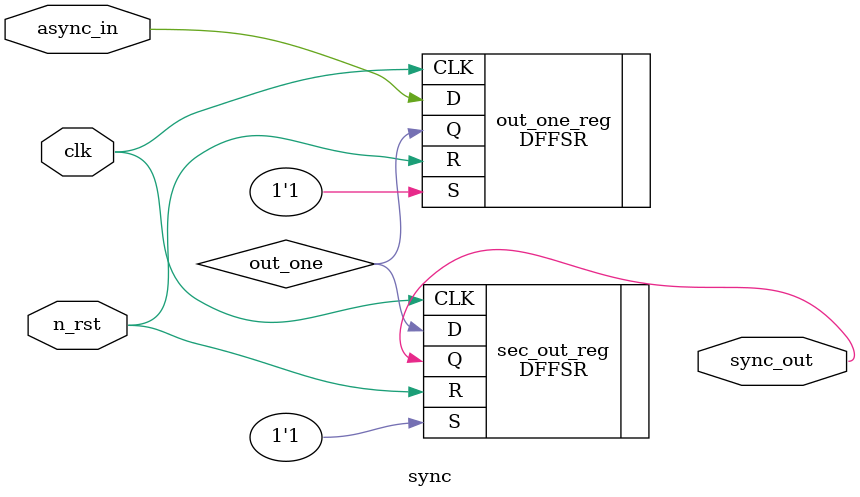
<source format=v>

module sync ( clk, n_rst, async_in, sync_out );
  input clk, n_rst, async_in;
  output sync_out;
  wire   out_one;

  DFFSR out_one_reg ( .D(async_in), .CLK(clk), .R(n_rst), .S(1'b1), .Q(out_one) );
  DFFSR sec_out_reg ( .D(out_one), .CLK(clk), .R(n_rst), .S(1'b1), .Q(sync_out) );
endmodule


</source>
